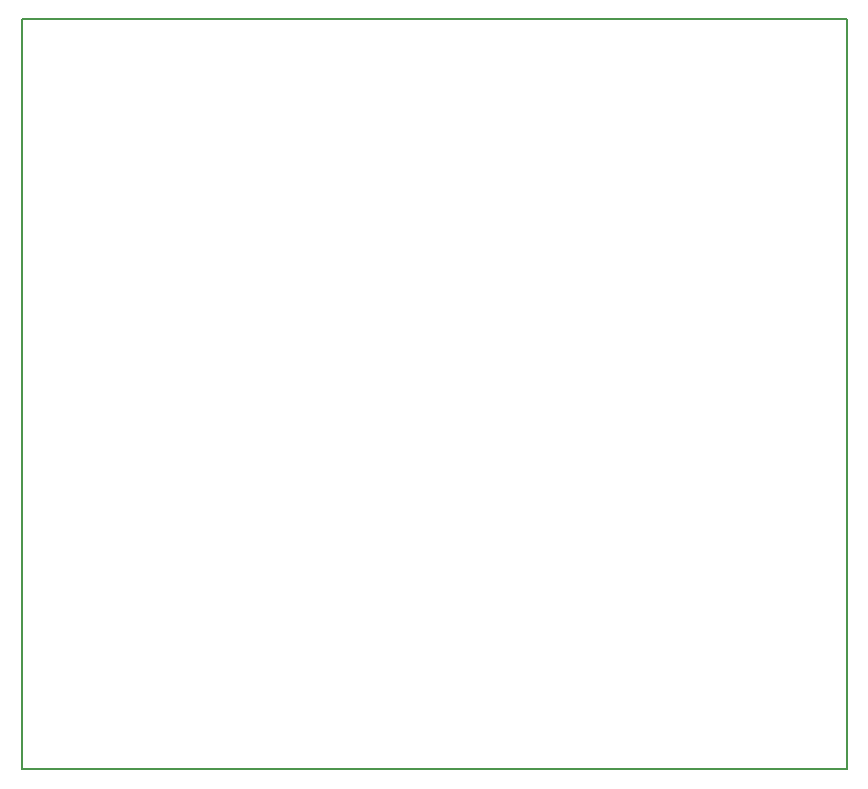
<source format=gbr>
G04 #@! TF.FileFunction,Profile,NP*
%FSLAX46Y46*%
G04 Gerber Fmt 4.6, Leading zero omitted, Abs format (unit mm)*
G04 Created by KiCad (PCBNEW 4.0.4-stable) date 11/11/17 19:23:41*
%MOMM*%
%LPD*%
G01*
G04 APERTURE LIST*
%ADD10C,0.100000*%
%ADD11C,0.150000*%
G04 APERTURE END LIST*
D10*
D11*
X134620000Y-138430000D02*
X134620000Y-74930000D01*
X204470000Y-138430000D02*
X134620000Y-138430000D01*
X204470000Y-74930000D02*
X204470000Y-138430000D01*
X134620000Y-74930000D02*
X204470000Y-74930000D01*
M02*

</source>
